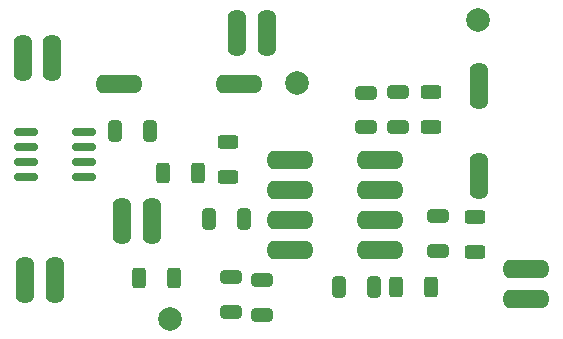
<source format=gbr>
%TF.GenerationSoftware,KiCad,Pcbnew,(6.0.7)*%
%TF.CreationDate,2023-04-27T19:06:35-04:00*%
%TF.ProjectId,sMeter Daughter Board v1,734d6574-6572-4204-9461-756768746572,rev?*%
%TF.SameCoordinates,Original*%
%TF.FileFunction,Soldermask,Top*%
%TF.FilePolarity,Negative*%
%FSLAX46Y46*%
G04 Gerber Fmt 4.6, Leading zero omitted, Abs format (unit mm)*
G04 Created by KiCad (PCBNEW (6.0.7)) date 2023-04-27 19:06:35*
%MOMM*%
%LPD*%
G01*
G04 APERTURE LIST*
G04 Aperture macros list*
%AMRoundRect*
0 Rectangle with rounded corners*
0 $1 Rounding radius*
0 $2 $3 $4 $5 $6 $7 $8 $9 X,Y pos of 4 corners*
0 Add a 4 corners polygon primitive as box body*
4,1,4,$2,$3,$4,$5,$6,$7,$8,$9,$2,$3,0*
0 Add four circle primitives for the rounded corners*
1,1,$1+$1,$2,$3*
1,1,$1+$1,$4,$5*
1,1,$1+$1,$6,$7*
1,1,$1+$1,$8,$9*
0 Add four rect primitives between the rounded corners*
20,1,$1+$1,$2,$3,$4,$5,0*
20,1,$1+$1,$4,$5,$6,$7,0*
20,1,$1+$1,$6,$7,$8,$9,0*
20,1,$1+$1,$8,$9,$2,$3,0*%
G04 Aperture macros list end*
%ADD10C,2.000000*%
%ADD11RoundRect,0.250000X-0.625000X0.312500X-0.625000X-0.312500X0.625000X-0.312500X0.625000X0.312500X0*%
%ADD12O,1.600000X4.000000*%
%ADD13RoundRect,0.250000X0.312500X0.625000X-0.312500X0.625000X-0.312500X-0.625000X0.312500X-0.625000X0*%
%ADD14O,4.000000X1.600000*%
%ADD15RoundRect,0.250000X-0.650000X0.325000X-0.650000X-0.325000X0.650000X-0.325000X0.650000X0.325000X0*%
%ADD16RoundRect,0.250000X0.650000X-0.325000X0.650000X0.325000X-0.650000X0.325000X-0.650000X-0.325000X0*%
%ADD17RoundRect,0.150000X-0.825000X-0.150000X0.825000X-0.150000X0.825000X0.150000X-0.825000X0.150000X0*%
%ADD18RoundRect,0.250000X-0.312500X-0.625000X0.312500X-0.625000X0.312500X0.625000X-0.312500X0.625000X0*%
%ADD19RoundRect,0.250000X0.325000X0.650000X-0.325000X0.650000X-0.325000X-0.650000X0.325000X-0.650000X0*%
%ADD20RoundRect,0.250000X0.625000X-0.312500X0.625000X0.312500X-0.625000X0.312500X-0.625000X-0.312500X0*%
%ADD21RoundRect,0.250000X-0.325000X-0.650000X0.325000X-0.650000X0.325000X0.650000X-0.325000X0.650000X0*%
G04 APERTURE END LIST*
D10*
%TO.C,*%
X82030000Y-121780000D03*
%TD*%
%TO.C,*%
X92840000Y-101820000D03*
%TD*%
D11*
%TO.C,R5*%
X104160000Y-102577500D03*
X104160000Y-105502500D03*
%TD*%
D12*
%TO.C,D1*%
X108220000Y-109690000D03*
X108220000Y-102070000D03*
%TD*%
D13*
%TO.C,R4*%
X84393500Y-109408500D03*
X81468500Y-109408500D03*
%TD*%
D14*
%TO.C,J2*%
X112220000Y-117535000D03*
X112220000Y-120075000D03*
%TD*%
D13*
%TO.C,R1*%
X104132500Y-119060000D03*
X101207500Y-119060000D03*
%TD*%
D15*
%TO.C,C10*%
X87190000Y-118245000D03*
X87190000Y-121195000D03*
%TD*%
%TO.C,C3*%
X104710000Y-113085000D03*
X104710000Y-116035000D03*
%TD*%
D16*
%TO.C,C7*%
X101370000Y-105515000D03*
X101370000Y-102565000D03*
%TD*%
%TO.C,C8*%
X98620000Y-105555000D03*
X98620000Y-102605000D03*
%TD*%
D12*
%TO.C,J1*%
X77973000Y-113472500D03*
X80513000Y-113472500D03*
%TD*%
D14*
%TO.C,U1*%
X92212000Y-108339000D03*
X92212000Y-110879000D03*
X92212000Y-113419000D03*
X92212000Y-115959000D03*
X99832000Y-115959000D03*
X99832000Y-113419000D03*
X99832000Y-110879000D03*
X99832000Y-108339000D03*
%TD*%
D17*
%TO.C,U2*%
X69855000Y-105965000D03*
X69855000Y-107235000D03*
X69855000Y-108505000D03*
X69855000Y-109775000D03*
X74805000Y-109775000D03*
X74805000Y-108505000D03*
X74805000Y-107235000D03*
X74805000Y-105965000D03*
%TD*%
D14*
%TO.C,D2*%
X77770000Y-101870000D03*
X87930000Y-101870000D03*
%TD*%
D12*
%TO.C,C5*%
X69797349Y-118480000D03*
X72297349Y-118480000D03*
%TD*%
%TO.C,C6*%
X72102651Y-99650000D03*
X69602651Y-99650000D03*
%TD*%
%TO.C,J3*%
X90280000Y-97530000D03*
X87740000Y-97530000D03*
%TD*%
D18*
%TO.C,R6*%
X79447500Y-118340000D03*
X82372500Y-118340000D03*
%TD*%
D15*
%TO.C,C9*%
X89810000Y-118445000D03*
X89810000Y-121395000D03*
%TD*%
D19*
%TO.C,C4*%
X80355000Y-105840000D03*
X77405000Y-105840000D03*
%TD*%
D20*
%TO.C,R2*%
X107910000Y-116062500D03*
X107910000Y-113137500D03*
%TD*%
D21*
%TO.C,C2*%
X96365000Y-119100000D03*
X99315000Y-119100000D03*
%TD*%
D20*
%TO.C,R3*%
X86931500Y-109728000D03*
X86931500Y-106803000D03*
%TD*%
D10*
%TO.C,*%
X108140000Y-96420000D03*
%TD*%
D21*
%TO.C,C1*%
X85393000Y-113345500D03*
X88343000Y-113345500D03*
%TD*%
M02*

</source>
